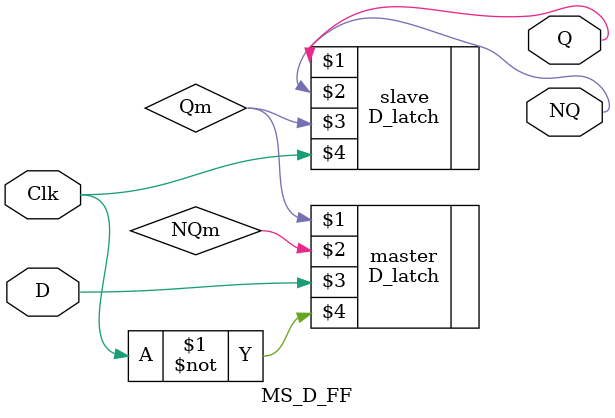
<source format=v>
/* ----- ----- ----- ----- ----- -----
	Design: Master-Slave Delay Flip-Flop
 	Filename: MS_D_FF.v
	Coder: Gabriel Maruschi
 	Versions: /july_2024/
	----- ----- ----- ----- ----- -----
*/ 
`include "D_latch.v"

module MS_D_FF(Q, NQ, D, Clk);
	output Q, NQ;
	input D, Clk;

	wire Qm, NQm;
	D_latch master(Qm, NQm, D, ~Clk);
	D_latch slave(Q, NQ, Qm, Clk);
endmodule
</source>
